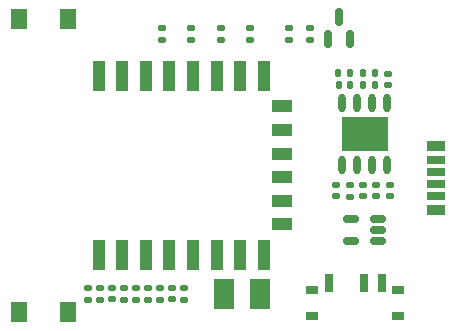
<source format=gbr>
%TF.GenerationSoftware,KiCad,Pcbnew,(6.0.2)*%
%TF.CreationDate,2022-03-06T12:06:18+08:00*%
%TF.ProjectId,screen,73637265-656e-42e6-9b69-6361645f7063,rev?*%
%TF.SameCoordinates,Original*%
%TF.FileFunction,Paste,Top*%
%TF.FilePolarity,Positive*%
%FSLAX46Y46*%
G04 Gerber Fmt 4.6, Leading zero omitted, Abs format (unit mm)*
G04 Created by KiCad (PCBNEW (6.0.2)) date 2022-03-06 12:06:18*
%MOMM*%
%LPD*%
G01*
G04 APERTURE LIST*
G04 Aperture macros list*
%AMRoundRect*
0 Rectangle with rounded corners*
0 $1 Rounding radius*
0 $2 $3 $4 $5 $6 $7 $8 $9 X,Y pos of 4 corners*
0 Add a 4 corners polygon primitive as box body*
4,1,4,$2,$3,$4,$5,$6,$7,$8,$9,$2,$3,0*
0 Add four circle primitives for the rounded corners*
1,1,$1+$1,$2,$3*
1,1,$1+$1,$4,$5*
1,1,$1+$1,$6,$7*
1,1,$1+$1,$8,$9*
0 Add four rect primitives between the rounded corners*
20,1,$1+$1,$2,$3,$4,$5,0*
20,1,$1+$1,$4,$5,$6,$7,0*
20,1,$1+$1,$6,$7,$8,$9,0*
20,1,$1+$1,$8,$9,$2,$3,0*%
G04 Aperture macros list end*
%ADD10RoundRect,0.140000X0.170000X-0.140000X0.170000X0.140000X-0.170000X0.140000X-0.170000X-0.140000X0*%
%ADD11RoundRect,0.135000X-0.135000X-0.185000X0.135000X-0.185000X0.135000X0.185000X-0.135000X0.185000X0*%
%ADD12R,4.000000X2.900000*%
%ADD13O,0.600000X1.600000*%
%ADD14RoundRect,0.135000X-0.185000X0.135000X-0.185000X-0.135000X0.185000X-0.135000X0.185000X0.135000X0*%
%ADD15RoundRect,0.147500X0.147500X0.172500X-0.147500X0.172500X-0.147500X-0.172500X0.147500X-0.172500X0*%
%ADD16R,1.550000X0.700000*%
%ADD17R,1.550000X0.800000*%
%ADD18R,1.550000X0.900000*%
%ADD19RoundRect,0.135000X0.185000X-0.135000X0.185000X0.135000X-0.185000X0.135000X-0.185000X-0.135000X0*%
%ADD20R,1.800000X2.600000*%
%ADD21R,1.000000X0.800000*%
%ADD22R,0.700000X1.500000*%
%ADD23R,1.350000X1.800000*%
%ADD24R,1.000000X2.500000*%
%ADD25R,1.800000X1.000000*%
%ADD26RoundRect,0.150000X0.512500X0.150000X-0.512500X0.150000X-0.512500X-0.150000X0.512500X-0.150000X0*%
%ADD27RoundRect,0.147500X-0.172500X0.147500X-0.172500X-0.147500X0.172500X-0.147500X0.172500X0.147500X0*%
%ADD28RoundRect,0.150000X0.150000X-0.587500X0.150000X0.587500X-0.150000X0.587500X-0.150000X-0.587500X0*%
G04 APERTURE END LIST*
D10*
%TO.C,C4*%
X129600000Y-53360000D03*
X129600000Y-52400000D03*
%TD*%
D11*
%TO.C,R12*%
X128465000Y-42925000D03*
X129485000Y-42925000D03*
%TD*%
D12*
%TO.C,U4*%
X128620000Y-48080000D03*
D13*
X126715000Y-50680000D03*
X127985000Y-50680000D03*
X129255000Y-50680000D03*
X130525000Y-50680000D03*
X130525000Y-45480000D03*
X129255000Y-45480000D03*
X127985000Y-45480000D03*
X126715000Y-45480000D03*
%TD*%
D14*
%TO.C,R8*%
X106195000Y-61070000D03*
X106195000Y-62090000D03*
%TD*%
D15*
%TO.C,D3*%
X129460000Y-43950000D03*
X128490000Y-43950000D03*
%TD*%
D10*
%TO.C,C7*%
X130550000Y-43930000D03*
X130550000Y-42970000D03*
%TD*%
%TO.C,C3*%
X126220000Y-53360000D03*
X126220000Y-52400000D03*
%TD*%
D16*
%TO.C,J2*%
X134675000Y-52300000D03*
D17*
X134675000Y-50280000D03*
D18*
X134675000Y-49060000D03*
D16*
X134675000Y-51300000D03*
D17*
X134675000Y-53320000D03*
D18*
X134675000Y-54540000D03*
%TD*%
D15*
%TO.C,D2*%
X127385000Y-43950000D03*
X126415000Y-43950000D03*
%TD*%
D10*
%TO.C,C6*%
X130720000Y-53360000D03*
X130720000Y-52400000D03*
%TD*%
D19*
%TO.C,R7*%
X111420000Y-40090000D03*
X111420000Y-39070000D03*
%TD*%
D11*
%TO.C,R10*%
X126390000Y-42925000D03*
X127410000Y-42925000D03*
%TD*%
D19*
%TO.C,R2*%
X111250000Y-62090000D03*
X111250000Y-61070000D03*
%TD*%
%TO.C,R1*%
X113920000Y-40090000D03*
X113920000Y-39070000D03*
%TD*%
D20*
%TO.C,C1*%
X119720000Y-61580000D03*
X116720000Y-61580000D03*
%TD*%
D19*
%TO.C,R11*%
X127350000Y-53390000D03*
X127350000Y-52370000D03*
%TD*%
D14*
%TO.C,R15*%
X122220000Y-39110000D03*
X122220000Y-40130000D03*
%TD*%
D21*
%TO.C,SW1*%
X131470000Y-63510000D03*
X131470000Y-61300000D03*
X124170000Y-63510000D03*
X124170000Y-61300000D03*
D22*
X125570000Y-60650000D03*
X128570000Y-60650000D03*
X130070000Y-60650000D03*
%TD*%
D14*
%TO.C,R4*%
X110235000Y-61070000D03*
X110235000Y-62090000D03*
%TD*%
D23*
%TO.C,SW3*%
X103485000Y-38300000D03*
X99335000Y-38300000D03*
%TD*%
D24*
%TO.C,U2*%
X106090000Y-58320000D03*
X108090000Y-58320000D03*
X110090000Y-58320000D03*
X112090000Y-58320000D03*
X114090000Y-58320000D03*
X116090000Y-58320000D03*
X118090000Y-58320000D03*
X120090000Y-58320000D03*
D25*
X121590000Y-55720000D03*
X121590000Y-53720000D03*
X121590000Y-51720000D03*
X121590000Y-49720000D03*
X121590000Y-47720000D03*
X121590000Y-45720000D03*
D24*
X120090000Y-43120000D03*
X118090000Y-43120000D03*
X116090000Y-43120000D03*
X114090000Y-43120000D03*
X112090000Y-43120000D03*
X110090000Y-43120000D03*
X108090000Y-43120000D03*
X106090000Y-43120000D03*
%TD*%
D19*
%TO.C,R3*%
X116420000Y-40090000D03*
X116420000Y-39070000D03*
%TD*%
D14*
%TO.C,R13*%
X109220000Y-61070000D03*
X109220000Y-62090000D03*
%TD*%
D23*
%TO.C,SW2*%
X103495000Y-63180000D03*
X99345000Y-63180000D03*
%TD*%
D19*
%TO.C,R9*%
X118920000Y-40090000D03*
X118920000Y-39070000D03*
%TD*%
D14*
%TO.C,R16*%
X123960000Y-39110000D03*
X123960000Y-40130000D03*
%TD*%
D26*
%TO.C,U1*%
X129757500Y-57130000D03*
X129757500Y-56180000D03*
X129757500Y-55230000D03*
X127482500Y-55230000D03*
X127482500Y-57130000D03*
%TD*%
D10*
%TO.C,C2*%
X128480000Y-53360000D03*
X128480000Y-52400000D03*
%TD*%
D14*
%TO.C,R5*%
X113280000Y-61070000D03*
X113280000Y-62090000D03*
%TD*%
D27*
%TO.C,D1*%
X112265000Y-61095000D03*
X112265000Y-62065000D03*
%TD*%
D10*
%TO.C,C5*%
X107200000Y-62080000D03*
X107200000Y-61120000D03*
%TD*%
D19*
%TO.C,R14*%
X108205000Y-62090000D03*
X108205000Y-61070000D03*
%TD*%
D28*
%TO.C,Q1*%
X125500000Y-40007500D03*
X127400000Y-40007500D03*
X126450000Y-38132500D03*
%TD*%
D14*
%TO.C,R6*%
X105180000Y-61070000D03*
X105180000Y-62090000D03*
%TD*%
M02*

</source>
